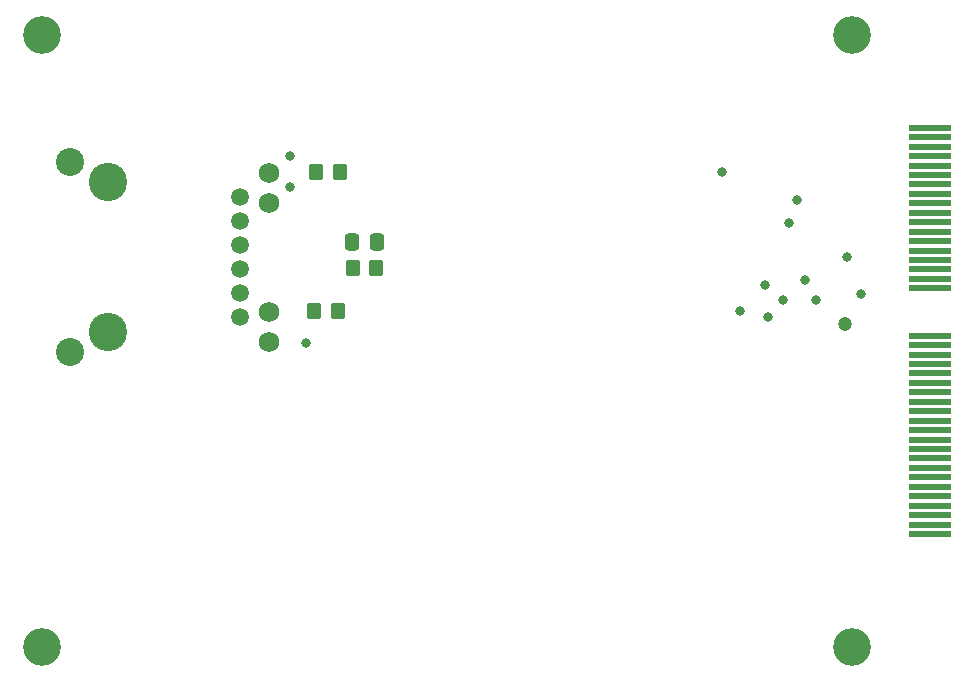
<source format=gbr>
%TF.GenerationSoftware,KiCad,Pcbnew,7.0.2*%
%TF.CreationDate,2024-05-18T23:16:27+02:00*%
%TF.ProjectId,dsoxlan,64736f78-6c61-46e2-9e6b-696361645f70,rev?*%
%TF.SameCoordinates,Original*%
%TF.FileFunction,Soldermask,Top*%
%TF.FilePolarity,Negative*%
%FSLAX46Y46*%
G04 Gerber Fmt 4.6, Leading zero omitted, Abs format (unit mm)*
G04 Created by KiCad (PCBNEW 7.0.2) date 2024-05-18 23:16:27*
%MOMM*%
%LPD*%
G01*
G04 APERTURE LIST*
G04 Aperture macros list*
%AMRoundRect*
0 Rectangle with rounded corners*
0 $1 Rounding radius*
0 $2 $3 $4 $5 $6 $7 $8 $9 X,Y pos of 4 corners*
0 Add a 4 corners polygon primitive as box body*
4,1,4,$2,$3,$4,$5,$6,$7,$8,$9,$2,$3,0*
0 Add four circle primitives for the rounded corners*
1,1,$1+$1,$2,$3*
1,1,$1+$1,$4,$5*
1,1,$1+$1,$6,$7*
1,1,$1+$1,$8,$9*
0 Add four rect primitives between the rounded corners*
20,1,$1+$1,$2,$3,$4,$5,0*
20,1,$1+$1,$4,$5,$6,$7,0*
20,1,$1+$1,$6,$7,$8,$9,0*
20,1,$1+$1,$8,$9,$2,$3,0*%
G04 Aperture macros list end*
%ADD10RoundRect,0.250000X0.337500X0.475000X-0.337500X0.475000X-0.337500X-0.475000X0.337500X-0.475000X0*%
%ADD11R,3.600000X0.550000*%
%ADD12RoundRect,0.250000X0.350000X0.450000X-0.350000X0.450000X-0.350000X-0.450000X0.350000X-0.450000X0*%
%ADD13C,3.250000*%
%ADD14C,1.520000*%
%ADD15C,1.750000*%
%ADD16C,2.370000*%
%ADD17C,3.200000*%
%ADD18C,0.800000*%
%ADD19C,1.200000*%
G04 APERTURE END LIST*
D10*
%TO.C,C2*%
X143912500Y-80010000D03*
X141837500Y-80010000D03*
%TD*%
D11*
%TO.C,P2*%
X190754000Y-104750000D03*
X190754000Y-103950000D03*
X190754000Y-103150000D03*
X190754000Y-102350000D03*
X190754000Y-101550000D03*
X190754000Y-100750000D03*
X190754000Y-99950000D03*
X190754000Y-99150000D03*
X190754000Y-98350000D03*
X190754000Y-97550000D03*
X190754000Y-96750000D03*
X190754000Y-95950000D03*
X190754000Y-95150000D03*
X190754000Y-94350000D03*
X190754000Y-93550000D03*
X190754000Y-92750000D03*
X190754000Y-91950000D03*
X190754000Y-91150000D03*
X190754000Y-90350000D03*
X190754000Y-89550000D03*
X190754000Y-88750000D03*
X190754000Y-87950000D03*
X190754000Y-83950000D03*
X190754000Y-83150000D03*
X190754000Y-82350000D03*
X190754000Y-81550000D03*
X190754000Y-80750000D03*
X190754000Y-79950000D03*
X190754000Y-79150000D03*
X190754000Y-78350000D03*
X190754000Y-77550000D03*
X190754000Y-76750000D03*
X190754000Y-75950000D03*
X190754000Y-75150000D03*
X190754000Y-74350000D03*
X190754000Y-73550000D03*
X190754000Y-72750000D03*
X190754000Y-71950000D03*
X190754000Y-71150000D03*
X190754000Y-70350000D03*
%TD*%
D12*
%TO.C,R1*%
X140600000Y-85900000D03*
X138600000Y-85900000D03*
%TD*%
%TO.C,R2*%
X140800000Y-74100000D03*
X138800000Y-74100000D03*
%TD*%
%TO.C,R3*%
X143875000Y-82200000D03*
X141875000Y-82200000D03*
%TD*%
D13*
%TO.C,P1*%
X121130000Y-87640000D03*
X121130000Y-74940000D03*
D14*
X132300000Y-86360000D03*
X132300000Y-84330000D03*
X132300000Y-82300000D03*
X132300000Y-80270000D03*
X132300000Y-78240000D03*
X132300000Y-76210000D03*
D15*
X134770000Y-88510000D03*
X134770000Y-85970000D03*
X134770000Y-76720000D03*
X134770000Y-74180000D03*
D16*
X117960000Y-73230000D03*
X117960000Y-89360000D03*
%TD*%
D17*
%TO.C,H102*%
X115570000Y-114300000D03*
%TD*%
%TO.C,H101*%
X115570000Y-62484000D03*
%TD*%
%TO.C,H103*%
X184150000Y-62484000D03*
%TD*%
%TO.C,H104*%
X184150000Y-114300000D03*
%TD*%
D18*
X136600000Y-72700000D03*
X183680000Y-81280000D03*
X184900000Y-84400000D03*
X179500000Y-76500000D03*
X136600000Y-75400000D03*
X177000000Y-86400000D03*
X137900000Y-88600000D03*
D19*
X183515000Y-86995000D03*
D18*
X181100000Y-84900000D03*
X180200000Y-83198494D03*
X178270792Y-84949500D03*
X176800000Y-83700000D03*
X174700000Y-85900000D03*
X173160000Y-74100000D03*
X178800000Y-78400000D03*
M02*

</source>
